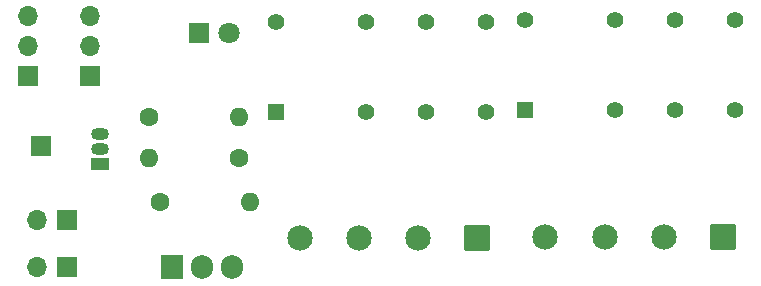
<source format=gbr>
%TF.GenerationSoftware,KiCad,Pcbnew,7.0.9*%
%TF.CreationDate,2024-06-09T17:27:21-04:00*%
%TF.ProjectId,PedalboardMain,50656461-6c62-46f6-9172-644d61696e2e,rev?*%
%TF.SameCoordinates,Original*%
%TF.FileFunction,Soldermask,Top*%
%TF.FilePolarity,Negative*%
%FSLAX46Y46*%
G04 Gerber Fmt 4.6, Leading zero omitted, Abs format (unit mm)*
G04 Created by KiCad (PCBNEW 7.0.9) date 2024-06-09 17:27:21*
%MOMM*%
%LPD*%
G01*
G04 APERTURE LIST*
G04 Aperture macros list*
%AMRoundRect*
0 Rectangle with rounded corners*
0 $1 Rounding radius*
0 $2 $3 $4 $5 $6 $7 $8 $9 X,Y pos of 4 corners*
0 Add a 4 corners polygon primitive as box body*
4,1,4,$2,$3,$4,$5,$6,$7,$8,$9,$2,$3,0*
0 Add four circle primitives for the rounded corners*
1,1,$1+$1,$2,$3*
1,1,$1+$1,$4,$5*
1,1,$1+$1,$6,$7*
1,1,$1+$1,$8,$9*
0 Add four rect primitives between the rounded corners*
20,1,$1+$1,$2,$3,$4,$5,0*
20,1,$1+$1,$4,$5,$6,$7,0*
20,1,$1+$1,$6,$7,$8,$9,0*
20,1,$1+$1,$8,$9,$2,$3,0*%
G04 Aperture macros list end*
%ADD10RoundRect,0.102000X0.975000X0.975000X-0.975000X0.975000X-0.975000X-0.975000X0.975000X-0.975000X0*%
%ADD11C,2.154000*%
%ADD12C,1.400000*%
%ADD13R,1.400000X1.400000*%
%ADD14C,1.600000*%
%ADD15O,1.600000X1.600000*%
%ADD16R,1.500000X1.050000*%
%ADD17O,1.500000X1.050000*%
%ADD18R,1.800000X1.800000*%
%ADD19C,1.800000*%
%ADD20R,1.700000X1.700000*%
%ADD21O,1.700000X1.700000*%
%ADD22R,1.905000X2.000000*%
%ADD23O,1.905000X2.000000*%
G04 APERTURE END LIST*
D10*
%TO.C,J5*%
X183800000Y-97700000D03*
D11*
X178800000Y-97700000D03*
X173800000Y-97700000D03*
X168800000Y-97700000D03*
%TD*%
D12*
%TO.C,Right1*%
X145942500Y-79442500D03*
X153562500Y-79442500D03*
X158642500Y-79442500D03*
X163722500Y-79442500D03*
X163722500Y-87062500D03*
X158642500Y-87062500D03*
X153562500Y-87062500D03*
D13*
X145942500Y-87062500D03*
%TD*%
D10*
%TO.C,J4*%
X163000000Y-97800000D03*
D11*
X158000000Y-97800000D03*
X153000000Y-97800000D03*
X148000000Y-97800000D03*
%TD*%
D14*
%TO.C,LeftPD1*%
X142810000Y-91000000D03*
D15*
X135190000Y-91000000D03*
%TD*%
D16*
%TO.C,QL1*%
X131110000Y-91520000D03*
D17*
X131110000Y-90250000D03*
X131110000Y-88980000D03*
%TD*%
D18*
%TO.C,D1*%
X139425000Y-80400000D03*
D19*
X141965000Y-80400000D03*
%TD*%
D20*
%TO.C,J3*%
X128275000Y-96200000D03*
D21*
X125735000Y-96200000D03*
%TD*%
D14*
%TO.C,RLed1*%
X136190000Y-94750000D03*
D15*
X143810000Y-94750000D03*
%TD*%
D13*
%TO.C,Left/Mono1*%
X167042500Y-86962500D03*
D12*
X174662500Y-86962500D03*
X179742500Y-86962500D03*
X184822500Y-86962500D03*
X184822500Y-79342500D03*
X179742500Y-79342500D03*
X174662500Y-79342500D03*
X167042500Y-79342500D03*
%TD*%
D22*
%TO.C,U1*%
X137160000Y-100245000D03*
D23*
X139700000Y-100245000D03*
X142240000Y-100245000D03*
%TD*%
D20*
%TO.C,In1*%
X125000000Y-84080000D03*
D21*
X125000000Y-81540000D03*
X125000000Y-79000000D03*
%TD*%
D20*
%TO.C,J1*%
X126100000Y-90000000D03*
%TD*%
D14*
%TO.C,LGate1*%
X135190000Y-87500000D03*
D15*
X142810000Y-87500000D03*
%TD*%
D20*
%TO.C,J2*%
X128275000Y-100200000D03*
D21*
X125735000Y-100200000D03*
%TD*%
D20*
%TO.C,Out1*%
X130250000Y-84080000D03*
D21*
X130250000Y-81540000D03*
X130250000Y-79000000D03*
%TD*%
M02*

</source>
